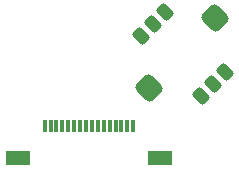
<source format=gbr>
%TF.GenerationSoftware,KiCad,Pcbnew,7.0.5*%
%TF.CreationDate,2023-07-02T21:33:01+09:00*%
%TF.ProjectId,robotrace_v2_Extended_UI,726f626f-7472-4616-9365-5f76325f4578,rev?*%
%TF.SameCoordinates,Original*%
%TF.FileFunction,Paste,Top*%
%TF.FilePolarity,Positive*%
%FSLAX46Y46*%
G04 Gerber Fmt 4.6, Leading zero omitted, Abs format (unit mm)*
G04 Created by KiCad (PCBNEW 7.0.5) date 2023-07-02 21:33:01*
%MOMM*%
%LPD*%
G01*
G04 APERTURE LIST*
G04 Aperture macros list*
%AMRoundRect*
0 Rectangle with rounded corners*
0 $1 Rounding radius*
0 $2 $3 $4 $5 $6 $7 $8 $9 X,Y pos of 4 corners*
0 Add a 4 corners polygon primitive as box body*
4,1,4,$2,$3,$4,$5,$6,$7,$8,$9,$2,$3,0*
0 Add four circle primitives for the rounded corners*
1,1,$1+$1,$2,$3*
1,1,$1+$1,$4,$5*
1,1,$1+$1,$6,$7*
1,1,$1+$1,$8,$9*
0 Add four rect primitives between the rounded corners*
20,1,$1+$1,$2,$3,$4,$5,0*
20,1,$1+$1,$4,$5,$6,$7,0*
20,1,$1+$1,$6,$7,$8,$9,0*
20,1,$1+$1,$8,$9,$2,$3,0*%
G04 Aperture macros list end*
%ADD10R,0.300000X1.000000*%
%ADD11R,2.000000X1.300000*%
%ADD12RoundRect,0.250000X-0.477297X0.123744X0.123744X-0.477297X0.477297X-0.123744X-0.123744X0.477297X0*%
%ADD13RoundRect,0.450000X-0.707107X0.070711X0.070711X-0.707107X0.707107X-0.070711X-0.070711X0.707107X0*%
G04 APERTURE END LIST*
D10*
%TO.C,J1*%
X153950000Y-115592500D03*
X154450000Y-115592500D03*
X154950000Y-115592500D03*
X155450000Y-115592500D03*
X155950000Y-115592500D03*
X156450000Y-115592500D03*
X156950000Y-115592500D03*
X157450000Y-115592500D03*
X157950000Y-115592500D03*
X158450000Y-115592500D03*
X158950000Y-115592500D03*
X159450000Y-115592500D03*
X159950000Y-115592500D03*
X160450000Y-115592500D03*
X160950000Y-115592500D03*
X161450000Y-115592500D03*
D11*
X151650000Y-118292500D03*
X163750000Y-118292500D03*
%TD*%
D12*
%TO.C,SW1*%
X164137658Y-105922779D03*
X163130030Y-106930406D03*
X162122403Y-107938033D03*
X169193471Y-110978592D03*
X168185844Y-111986220D03*
X167178217Y-112993847D03*
D13*
X168380298Y-106453109D03*
X162794155Y-112322095D03*
%TD*%
M02*

</source>
